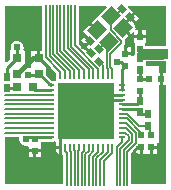
<source format=gtl>
%FSLAX24Y24*%
%MOIN*%
G70*
G01*
G75*
G04 Layer_Physical_Order=1*
G04 Layer_Color=255*
%ADD10R,0.0400X0.0370*%
%ADD11R,0.0315X0.0295*%
%ADD12R,0.0197X0.0236*%
%ADD13R,0.0197X0.0256*%
%ADD14R,0.0295X0.0315*%
G04:AMPARAMS|DCode=15|XSize=19.7mil|YSize=23.6mil|CornerRadius=0mil|HoleSize=0mil|Usage=FLASHONLY|Rotation=45.000|XOffset=0mil|YOffset=0mil|HoleType=Round|Shape=Rectangle|*
%AMROTATEDRECTD15*
4,1,4,0.0014,-0.0153,-0.0153,0.0014,-0.0014,0.0153,0.0153,-0.0014,0.0014,-0.0153,0.0*
%
%ADD15ROTATEDRECTD15*%

G04:AMPARAMS|DCode=16|XSize=47.2mil|YSize=43.3mil|CornerRadius=0mil|HoleSize=0mil|Usage=FLASHONLY|Rotation=225.000|XOffset=0mil|YOffset=0mil|HoleType=Round|Shape=Rectangle|*
%AMROTATEDRECTD16*
4,1,4,0.0014,0.0320,0.0320,0.0014,-0.0014,-0.0320,-0.0320,-0.0014,0.0014,0.0320,0.0*
%
%ADD16ROTATEDRECTD16*%

%ADD17O,0.0256X0.0079*%
%ADD18O,0.0079X0.0256*%
%ADD19R,0.1850X0.1850*%
%ADD20R,0.0236X0.0197*%
%ADD21C,0.0090*%
%ADD22C,0.0150*%
%ADD23C,0.0060*%
%ADD24C,0.0080*%
%ADD25C,0.0370*%
%ADD26C,0.0240*%
%ADD27C,0.0260*%
G36*
X-1006Y1282D02*
X-1006Y1280D01*
Y1102D01*
X-1004Y1080D01*
X-999Y1059D01*
X-999Y1059D01*
X-999Y1059D01*
X-998Y1025D01*
X-1025D01*
Y998D01*
X-1059Y999D01*
X-1059Y999D01*
X-1059Y999D01*
X-1080Y1004D01*
X-1102Y1006D01*
X-1125D01*
X-1333Y1213D01*
Y1492D01*
D01*
Y1492D01*
X-1333Y1492D01*
Y1528D01*
X-1333D01*
Y1543D01*
X-1286Y1562D01*
X-1006Y1282D01*
D02*
G37*
G36*
X-1470Y2023D02*
X-1540D01*
Y1776D01*
X-1590D01*
Y1726D01*
X-1847D01*
Y1528D01*
X-1847Y1528D01*
X-1847Y1492D01*
X-1847D01*
Y1460D01*
X-1888Y1431D01*
X-1893Y1433D01*
X-1921Y1439D01*
X-1950Y1440D01*
X-1979Y1439D01*
X-2004Y1434D01*
X-2043Y1465D01*
Y1492D01*
D01*
Y1492D01*
X-2043Y1492D01*
Y1528D01*
X-2043D01*
Y2023D01*
X-2071D01*
X-2100Y2064D01*
X-2097Y2073D01*
X-2091Y2101D01*
X-2090Y2130D01*
X-2091Y2159D01*
X-2097Y2187D01*
X-2106Y2214D01*
X-2119Y2240D01*
X-2135Y2264D01*
X-2154Y2286D01*
X-2176Y2305D01*
X-2200Y2321D01*
X-2226Y2334D01*
X-2253Y2343D01*
X-2281Y2349D01*
X-2310Y2350D01*
X-2339Y2349D01*
X-2367Y2343D01*
X-2394Y2334D01*
X-2420Y2321D01*
X-2444Y2305D01*
X-2466Y2286D01*
X-2485Y2264D01*
X-2501Y2240D01*
X-2514Y2214D01*
X-2523Y2187D01*
X-2529Y2159D01*
X-2530Y2130D01*
X-2529Y2101D01*
X-2523Y2073D01*
X-2520Y2064D01*
X-2549Y2023D01*
X-2557D01*
Y1738D01*
X-2653Y1643D01*
X-2699Y1662D01*
Y3528D01*
X-1470D01*
Y2023D01*
D02*
G37*
G36*
X-2226Y-878D02*
X-2229Y-891D01*
X-2230Y-920D01*
X-2229Y-949D01*
X-2223Y-977D01*
X-2214Y-1004D01*
X-2201Y-1030D01*
X-2185Y-1054D01*
X-2166Y-1076D01*
X-2144Y-1095D01*
X-2120Y-1111D01*
X-2094Y-1124D01*
X-2067Y-1133D01*
X-2039Y-1139D01*
X-2010Y-1140D01*
X-1981Y-1139D01*
X-1957Y-1134D01*
X-1951Y-1139D01*
X-1918Y-1235D01*
Y-1267D01*
X-1522D01*
Y-1141D01*
Y-1012D01*
X-1181D01*
X-1158Y-1010D01*
X-1142Y-1006D01*
X-1102D01*
X-1080Y-1004D01*
X-1059Y-999D01*
X-1059Y-999D01*
X-1059Y-999D01*
X-1025Y-998D01*
Y-1025D01*
X-998D01*
D01*
X-999Y-1059D01*
X-999Y-1059D01*
X-999Y-1059D01*
X-1004Y-1080D01*
X-1006Y-1102D01*
Y-1141D01*
X-866D01*
Y-1191D01*
X-848D01*
Y-1280D01*
X-847Y-1301D01*
X-842Y-1323D01*
X-838Y-1332D01*
X-837Y-1338D01*
X-833Y-1358D01*
X-825Y-1376D01*
X-816Y-1391D01*
Y-1410D01*
X-805Y-1405D01*
X-801Y-1409D01*
X-760Y-1450D01*
Y-2430D01*
X-2699D01*
Y-839D01*
X-2258D01*
X-2226Y-878D01*
D02*
G37*
G36*
X2670Y1288D02*
X2547D01*
Y1090D01*
Y892D01*
X2670D01*
Y-2430D01*
X1500D01*
Y-1396D01*
X1595Y-1301D01*
X1642Y-1321D01*
Y-1415D01*
X1790D01*
Y-1197D01*
X1890D01*
Y-1415D01*
X2120D01*
Y-1197D01*
X2170D01*
Y-1147D01*
X2368D01*
Y-1070D01*
X2430D01*
Y892D01*
X2447D01*
Y1090D01*
Y1288D01*
X2430D01*
Y1500D01*
X1990D01*
Y1679D01*
X2510D01*
X2517Y1679D01*
X2670D01*
Y1288D01*
D02*
G37*
G36*
Y2169D02*
X2517D01*
X2510Y2170D01*
X1948D01*
Y2269D01*
X1988D01*
Y2437D01*
X1592D01*
Y2269D01*
X1632D01*
Y1982D01*
X1631Y1979D01*
X1626Y1952D01*
X1625Y1924D01*
X1626Y1897D01*
X1626Y1897D01*
D01*
X1597Y1860D01*
X1488D01*
Y1867D01*
X1290D01*
Y1967D01*
X1488D01*
Y2135D01*
X1275D01*
X1256Y2181D01*
X1262Y2188D01*
X1275Y2203D01*
X1286Y2221D01*
X1294Y2240D01*
X1294Y2240D01*
X1294Y2240D01*
Y2240D01*
X1299Y2260D01*
X1300Y2280D01*
Y2360D01*
X1299Y2380D01*
X1295Y2396D01*
X1294Y2400D01*
X1292Y2405D01*
X1410Y2523D01*
X1186Y2746D01*
X1257Y2817D01*
X1481Y2593D01*
X1545Y2658D01*
X1592Y2639D01*
Y2537D01*
X1740D01*
Y2705D01*
X1658D01*
X1639Y2751D01*
X1683Y2796D01*
X1558Y2921D01*
X1578Y2941D01*
X1424Y3095D01*
X1459Y3131D01*
X1424Y3166D01*
X1564Y3306D01*
X1445Y3425D01*
X1389Y3482D01*
X1408Y3528D01*
X2670D01*
Y2169D01*
D02*
G37*
G36*
X694Y3482D02*
X372Y3160D01*
Y3160D01*
X170Y2957D01*
X394Y2734D01*
X323Y2663D01*
X99Y2887D01*
X-103Y2684D01*
X22Y2559D01*
X12Y2549D01*
X166Y2395D01*
X131Y2359D01*
X166Y2324D01*
X26Y2184D01*
X56Y2153D01*
X32Y2129D01*
X186Y1975D01*
X115Y1904D01*
X-39Y2058D01*
X-47Y2050D01*
X-250Y2252D01*
Y3528D01*
X675D01*
X694Y3482D01*
D02*
G37*
%LPC*%
G36*
X1635Y3236D02*
X1530Y3131D01*
X1649Y3012D01*
X1754Y3117D01*
X1635Y3236D01*
D02*
G37*
G36*
X-1522Y-1367D02*
X-1670D01*
Y-1535D01*
X-1522D01*
Y-1367D01*
D02*
G37*
G36*
X-1770D02*
X-1918D01*
Y-1535D01*
X-1770D01*
Y-1367D01*
D02*
G37*
G36*
X2368Y-1247D02*
X2220D01*
Y-1415D01*
X2368D01*
Y-1247D01*
D02*
G37*
G36*
X-1640Y2023D02*
X-1847D01*
Y1826D01*
X-1640D01*
Y2023D01*
D02*
G37*
G36*
X-59Y2478D02*
X-164Y2373D01*
X-45Y2254D01*
X60Y2359D01*
X-59Y2478D01*
D02*
G37*
G36*
X-916Y-1241D02*
X-1006D01*
Y-1280D01*
X-1004Y-1301D01*
X-999Y-1323D01*
X-991Y-1343D01*
X-979Y-1362D01*
X-965Y-1378D01*
X-948Y-1393D01*
X-930Y-1404D01*
X-916Y-1410D01*
Y-1241D01*
D02*
G37*
G36*
X1988Y2705D02*
X1840D01*
Y2537D01*
X1988D01*
Y2705D01*
D02*
G37*
%LPD*%
D10*
X2510Y1924D02*
D03*
D11*
X-2300Y1244D02*
D03*
Y1776D02*
D03*
X-1590Y1244D02*
D03*
Y1776D02*
D03*
D12*
X1840Y-803D02*
D03*
Y-1197D02*
D03*
X-1720Y-923D02*
D03*
Y-1317D02*
D03*
X1290Y1523D02*
D03*
Y1917D02*
D03*
X1790Y2093D02*
D03*
Y2487D02*
D03*
X2170Y-803D02*
D03*
Y-1197D02*
D03*
X1790Y673D02*
D03*
Y1067D02*
D03*
D13*
X-2640Y1147D02*
D03*
Y773D02*
D03*
X1790Y1393D02*
D03*
Y1767D02*
D03*
X2070Y-477D02*
D03*
Y-103D02*
D03*
X1790Y-27D02*
D03*
Y347D02*
D03*
D14*
X-1774Y800D02*
D03*
X-2306D02*
D03*
D15*
X1181Y3409D02*
D03*
X1459Y3131D02*
D03*
X429Y1661D02*
D03*
X151Y1939D02*
D03*
X409Y2081D02*
D03*
X131Y2359D02*
D03*
D16*
X1221Y2782D02*
D03*
X832Y3171D02*
D03*
X748Y2308D02*
D03*
X358Y2698D02*
D03*
D17*
X-1191Y866D02*
D03*
Y709D02*
D03*
Y551D02*
D03*
Y394D02*
D03*
Y236D02*
D03*
Y79D02*
D03*
Y-79D02*
D03*
Y-236D02*
D03*
Y-394D02*
D03*
Y-551D02*
D03*
Y-709D02*
D03*
Y-866D02*
D03*
X1191D02*
D03*
Y-709D02*
D03*
Y-551D02*
D03*
Y-394D02*
D03*
Y-236D02*
D03*
Y-79D02*
D03*
Y79D02*
D03*
Y236D02*
D03*
Y394D02*
D03*
Y551D02*
D03*
Y709D02*
D03*
Y866D02*
D03*
D18*
X-866Y-1191D02*
D03*
X-709D02*
D03*
X-551D02*
D03*
X-394D02*
D03*
X-236D02*
D03*
X-79D02*
D03*
X79D02*
D03*
X236D02*
D03*
X394D02*
D03*
X551D02*
D03*
X709D02*
D03*
X866D02*
D03*
Y1191D02*
D03*
X709D02*
D03*
X551D02*
D03*
X394D02*
D03*
X236D02*
D03*
X79D02*
D03*
X-79D02*
D03*
X-236D02*
D03*
X-394D02*
D03*
X-551D02*
D03*
X-709D02*
D03*
X-866D02*
D03*
D19*
X-0Y0D02*
D03*
D20*
X2103Y1090D02*
D03*
X2497D02*
D03*
D21*
X-1590Y1776D02*
X-1215Y1425D01*
X1590Y-1420D02*
Y-1313D01*
X1706Y-1197D01*
X1840D01*
X1410Y2250D02*
X1420D01*
X1390D02*
X1410D01*
X1221Y2782D02*
X1410Y2593D01*
Y2250D02*
Y2593D01*
X-2310Y1240D02*
Y1310D01*
X-1950Y1220D02*
X-1545D01*
X-1191Y866D01*
X1163Y1650D02*
X1290Y1523D01*
X1020Y1650D02*
X1163D01*
X1221Y2893D02*
X1459Y3131D01*
X1221Y2782D02*
Y2893D01*
X-2640Y1450D02*
X-2310Y1780D01*
X-2640Y1147D02*
Y1450D01*
X-2630Y783D02*
X-2313D01*
X-2310Y1780D02*
Y2130D01*
X-1996Y-866D02*
X-1181D01*
X1181Y709D02*
Y1414D01*
X1290Y1523D01*
X-1770Y780D02*
X-1699Y709D01*
X-1181Y709D01*
X394Y394D02*
X1181D01*
X551Y551D02*
X1181D01*
X-866Y-1181D02*
Y-866D01*
X0Y0D01*
X1290Y1917D02*
Y2150D01*
X1390Y2250D01*
X-866Y-1428D02*
Y-1191D01*
X-920Y-1482D02*
X-866Y-1428D01*
X1790Y2487D02*
Y2840D01*
X1866Y-103D02*
X2070D01*
X1679Y236D02*
X1790Y347D01*
X1684Y79D02*
X1866Y-103D01*
X1790Y347D02*
Y683D01*
X1181Y236D02*
X1679D01*
X1181Y79D02*
X1684D01*
X1793Y1070D02*
X2133D01*
X1790Y1067D02*
Y1393D01*
D22*
X-1769Y1776D02*
X-1590D01*
X-2300Y1244D02*
X-1769Y1776D01*
D23*
X1840Y-803D02*
Y-735D01*
X1342Y-236D02*
X1840Y-735D01*
X1181Y-236D02*
X1342D01*
X1329Y-394D02*
X1649Y-713D01*
Y-1064D02*
Y-713D01*
X1370Y-1342D02*
X1649Y-1064D01*
X1181Y-394D02*
X1329D01*
X1317Y-551D02*
X1529Y-763D01*
Y-1014D02*
Y-763D01*
X1250Y-1293D02*
X1529Y-1014D01*
X1181Y-551D02*
X1317D01*
X1305Y-709D02*
X1409Y-813D01*
X1130Y-1243D02*
X1409Y-964D01*
Y-813D01*
X1181Y-709D02*
X1305D01*
X801Y1911D02*
X1170Y2280D01*
X801Y1489D02*
Y1911D01*
Y1489D02*
X866Y1424D01*
Y1191D02*
Y1424D01*
X681Y1439D02*
Y2241D01*
Y1439D02*
X709Y1411D01*
X681Y2241D02*
X709Y2269D01*
X748Y2308D01*
X709Y2269D02*
Y2290D01*
Y1181D02*
Y1191D01*
X709D02*
Y1411D01*
X618Y2290D02*
X709D01*
X1170Y2280D02*
Y2360D01*
X409Y2081D02*
X618Y2290D01*
X810Y3038D02*
X1181Y3409D01*
X810Y2720D02*
Y3038D01*
Y2720D02*
X1170Y2360D01*
X-380Y2198D02*
Y3533D01*
Y2198D02*
X394Y1424D01*
X-500Y2148D02*
Y3533D01*
Y2148D02*
X236Y1412D01*
X-620Y2099D02*
Y3533D01*
Y2099D02*
X79Y1400D01*
X-740Y2049D02*
Y3533D01*
Y2049D02*
X-79Y1388D01*
X-860Y1999D02*
Y3533D01*
Y1999D02*
X-236Y1375D01*
X-980Y1949D02*
Y3533D01*
Y1949D02*
X-394Y1363D01*
X-1100Y1900D02*
Y3533D01*
Y1900D02*
X-551Y1351D01*
X-1220Y1850D02*
Y3533D01*
Y1850D02*
X-709Y1339D01*
X-1340Y1800D02*
Y3533D01*
Y1800D02*
X-866Y1326D01*
Y1181D02*
Y1326D01*
X394Y1181D02*
Y1424D01*
X236Y1181D02*
Y1412D01*
X79Y1181D02*
Y1400D01*
X-79Y1181D02*
Y1388D01*
X-236Y1181D02*
Y1375D01*
X-394Y1181D02*
Y1363D01*
X-551Y1181D02*
Y1351D01*
X-709Y1181D02*
Y1339D01*
X1010Y-1193D02*
X1181Y-1022D01*
X-2700Y550D02*
X-1220D01*
X1181Y-1022D02*
Y-866D01*
X-2700Y394D02*
X-1181D01*
X-2700Y236D02*
X-1181D01*
X-2700Y79D02*
X-1181D01*
X-2700Y-79D02*
X-1181D01*
X-2700Y-236D02*
X-1181D01*
X-2700Y-394D02*
X-1181D01*
X-2700Y-551D02*
X-1181D01*
X-2700Y-709D02*
X-1181D01*
X-709Y-1191D02*
Y-1181D01*
X-630Y-2440D02*
Y-1396D01*
X-709Y-1317D02*
X-630Y-1396D01*
X-709Y-1317D02*
Y-1191D01*
X-510Y-2440D02*
Y-1347D01*
X-551Y-1305D02*
X-510Y-1347D01*
X-551Y-1305D02*
Y-1191D01*
X-390Y-2440D02*
Y-1282D01*
X-394Y-1278D02*
X-390Y-1282D01*
X-394Y-1278D02*
Y-1191D01*
X-236Y-1296D02*
Y-1191D01*
X-270Y-2440D02*
Y-1329D01*
X-236Y-1296D01*
X-150Y-1379D02*
X-79Y-1308D01*
X-150Y-2440D02*
Y-1379D01*
X-29Y-1428D02*
X79Y-1321D01*
X-29Y-2440D02*
Y-1428D01*
X91Y-1478D02*
X236Y-1333D01*
X91Y-2440D02*
Y-1478D01*
X-79Y-1308D02*
Y-1191D01*
X580Y-1669D02*
X866Y-1383D01*
X580Y-2440D02*
Y-1669D01*
X866Y-1191D02*
Y-1181D01*
X866Y-1383D02*
Y-1191D01*
X460Y-1619D02*
X709Y-1371D01*
X709Y-1191D02*
Y-1181D01*
X460Y-2440D02*
Y-1619D01*
X709Y-1371D02*
Y-1191D01*
X340Y-1569D02*
X551Y-1358D01*
X551Y-1191D02*
Y-1181D01*
X340Y-2440D02*
Y-1569D01*
X551Y-1358D02*
Y-1191D01*
X220Y-2440D02*
Y-1519D01*
X394Y-1346D01*
X394Y-1191D02*
Y-1181D01*
X394Y-1346D02*
Y-1191D01*
X236D02*
Y-1181D01*
X236Y-1333D02*
Y-1191D01*
X79D02*
Y-1181D01*
X79Y-1321D02*
Y-1191D01*
X-79D02*
Y-1181D01*
X-394Y-1191D02*
Y-1181D01*
X1370Y-2440D02*
Y-1342D01*
X1250Y-2440D02*
Y-1293D01*
X1130Y-2440D02*
Y-1243D01*
X1010Y-2440D02*
Y-1193D01*
D24*
X551Y1181D02*
Y1539D01*
X429Y1661D02*
X551Y1539D01*
X1766Y-477D02*
X2070D01*
X2120Y-803D02*
Y-527D01*
X2070Y-477D02*
X2120Y-527D01*
X1368Y-79D02*
X1766Y-477D01*
X1181Y-79D02*
X1368D01*
D25*
X1870Y1924D02*
X2510D01*
D26*
X-1200Y1290D02*
D03*
X-2580Y-960D02*
D03*
X-2580Y-2310D02*
D03*
X-1590Y3410D02*
D03*
X40Y2980D02*
D03*
X-2310Y2130D02*
D03*
X-1950Y1220D02*
D03*
X2550Y-1480D02*
D03*
X1620Y-1480D02*
D03*
X-1590Y2130D02*
D03*
X-2010Y-920D02*
D03*
X-70Y2190D02*
D03*
X1020Y1650D02*
D03*
X-1120Y-1200D02*
D03*
X1410Y2250D02*
D03*
X-2020Y-1320D02*
D03*
X-2580Y3410D02*
D03*
X2070Y3400D02*
D03*
X-2610Y2130D02*
D03*
X1730Y2880D02*
D03*
X2550Y1550D02*
D03*
Y2290D02*
D03*
Y-2310D02*
D03*
X1620D02*
D03*
X-880D02*
D03*
X2550Y700D02*
D03*
D27*
X-709Y709D02*
D03*
X-236D02*
D03*
X236D02*
D03*
X709D02*
D03*
X-709Y236D02*
D03*
X-236D02*
D03*
X236D02*
D03*
X709D02*
D03*
X-709Y-236D02*
D03*
X-236D02*
D03*
X236D02*
D03*
X709D02*
D03*
X-709Y-709D02*
D03*
X-236D02*
D03*
X236D02*
D03*
X709D02*
D03*
M02*

</source>
